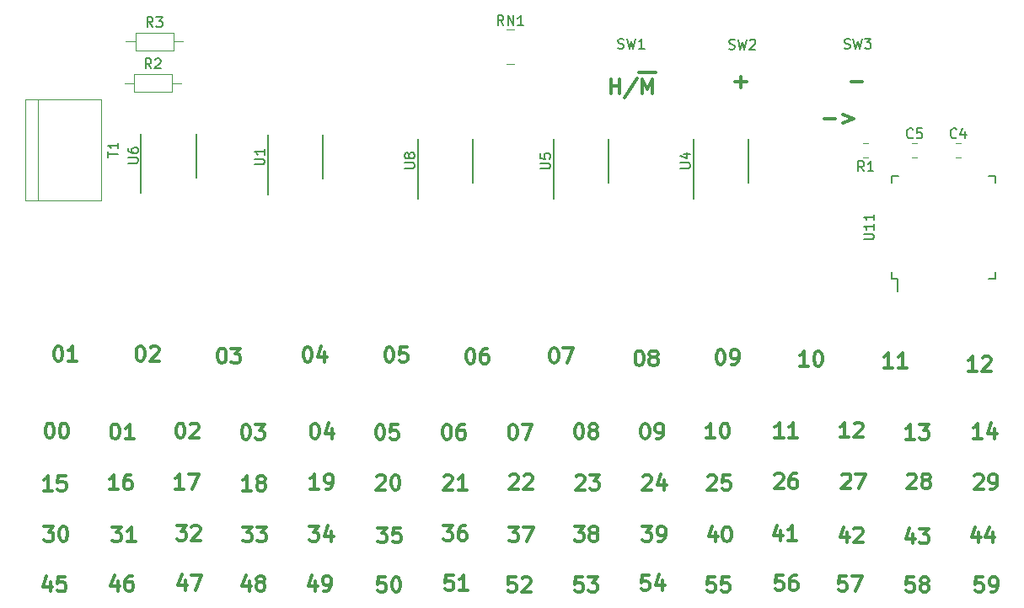
<source format=gbr>
G04 #@! TF.GenerationSoftware,KiCad,Pcbnew,5.0.2-bee76a0~70~ubuntu16.04.1*
G04 #@! TF.CreationDate,2020-01-20T17:48:56-08:00*
G04 #@! TF.ProjectId,clock,636c6f63-6b2e-46b6-9963-61645f706362,rev?*
G04 #@! TF.SameCoordinates,Original*
G04 #@! TF.FileFunction,Legend,Top*
G04 #@! TF.FilePolarity,Positive*
%FSLAX46Y46*%
G04 Gerber Fmt 4.6, Leading zero omitted, Abs format (unit mm)*
G04 Created by KiCad (PCBNEW 5.0.2-bee76a0~70~ubuntu16.04.1) date Mon 20 Jan 2020 17:48:56 PST*
%MOMM*%
%LPD*%
G01*
G04 APERTURE LIST*
%ADD10C,0.300000*%
%ADD11C,0.150000*%
%ADD12C,0.120000*%
G04 APERTURE END LIST*
D10*
X117803800Y-86238542D02*
X118946657Y-86238542D01*
X119660942Y-85809971D02*
X120803800Y-86238542D01*
X119660942Y-86667114D01*
X96378971Y-83736571D02*
X96378971Y-82236571D01*
X96378971Y-82950857D02*
X97236114Y-82950857D01*
X97236114Y-83736571D02*
X97236114Y-82236571D01*
X99021828Y-82165142D02*
X97736114Y-84093714D01*
X99164685Y-81588000D02*
X100878971Y-81588000D01*
X99521828Y-83736571D02*
X99521828Y-82236571D01*
X100021828Y-83308000D01*
X100521828Y-82236571D01*
X100521828Y-83736571D01*
X120510371Y-82555542D02*
X121653228Y-82555542D01*
X108877171Y-82555542D02*
X110020028Y-82555542D01*
X109448600Y-83126971D02*
X109448600Y-81984114D01*
X65838485Y-109185971D02*
X65981342Y-109185971D01*
X66124200Y-109257400D01*
X66195628Y-109328828D01*
X66267057Y-109471685D01*
X66338485Y-109757400D01*
X66338485Y-110114542D01*
X66267057Y-110400257D01*
X66195628Y-110543114D01*
X66124200Y-110614542D01*
X65981342Y-110685971D01*
X65838485Y-110685971D01*
X65695628Y-110614542D01*
X65624200Y-110543114D01*
X65552771Y-110400257D01*
X65481342Y-110114542D01*
X65481342Y-109757400D01*
X65552771Y-109471685D01*
X65624200Y-109328828D01*
X65695628Y-109257400D01*
X65838485Y-109185971D01*
X67624200Y-109685971D02*
X67624200Y-110685971D01*
X67267057Y-109114542D02*
X66909914Y-110185971D01*
X67838485Y-110185971D01*
X49049085Y-109084371D02*
X49191942Y-109084371D01*
X49334800Y-109155800D01*
X49406228Y-109227228D01*
X49477657Y-109370085D01*
X49549085Y-109655800D01*
X49549085Y-110012942D01*
X49477657Y-110298657D01*
X49406228Y-110441514D01*
X49334800Y-110512942D01*
X49191942Y-110584371D01*
X49049085Y-110584371D01*
X48906228Y-110512942D01*
X48834800Y-110441514D01*
X48763371Y-110298657D01*
X48691942Y-110012942D01*
X48691942Y-109655800D01*
X48763371Y-109370085D01*
X48834800Y-109227228D01*
X48906228Y-109155800D01*
X49049085Y-109084371D01*
X50120514Y-109227228D02*
X50191942Y-109155800D01*
X50334800Y-109084371D01*
X50691942Y-109084371D01*
X50834800Y-109155800D01*
X50906228Y-109227228D01*
X50977657Y-109370085D01*
X50977657Y-109512942D01*
X50906228Y-109727228D01*
X50049085Y-110584371D01*
X50977657Y-110584371D01*
X107316685Y-109465371D02*
X107459542Y-109465371D01*
X107602400Y-109536800D01*
X107673828Y-109608228D01*
X107745257Y-109751085D01*
X107816685Y-110036800D01*
X107816685Y-110393942D01*
X107745257Y-110679657D01*
X107673828Y-110822514D01*
X107602400Y-110893942D01*
X107459542Y-110965371D01*
X107316685Y-110965371D01*
X107173828Y-110893942D01*
X107102400Y-110822514D01*
X107030971Y-110679657D01*
X106959542Y-110393942D01*
X106959542Y-110036800D01*
X107030971Y-109751085D01*
X107102400Y-109608228D01*
X107173828Y-109536800D01*
X107316685Y-109465371D01*
X108530971Y-110965371D02*
X108816685Y-110965371D01*
X108959542Y-110893942D01*
X109030971Y-110822514D01*
X109173828Y-110608228D01*
X109245257Y-110322514D01*
X109245257Y-109751085D01*
X109173828Y-109608228D01*
X109102400Y-109536800D01*
X108959542Y-109465371D01*
X108673828Y-109465371D01*
X108530971Y-109536800D01*
X108459542Y-109608228D01*
X108388114Y-109751085D01*
X108388114Y-110108228D01*
X108459542Y-110251085D01*
X108530971Y-110322514D01*
X108673828Y-110393942D01*
X108959542Y-110393942D01*
X109102400Y-110322514D01*
X109173828Y-110251085D01*
X109245257Y-110108228D01*
X40794085Y-109135171D02*
X40936942Y-109135171D01*
X41079800Y-109206600D01*
X41151228Y-109278028D01*
X41222657Y-109420885D01*
X41294085Y-109706600D01*
X41294085Y-110063742D01*
X41222657Y-110349457D01*
X41151228Y-110492314D01*
X41079800Y-110563742D01*
X40936942Y-110635171D01*
X40794085Y-110635171D01*
X40651228Y-110563742D01*
X40579800Y-110492314D01*
X40508371Y-110349457D01*
X40436942Y-110063742D01*
X40436942Y-109706600D01*
X40508371Y-109420885D01*
X40579800Y-109278028D01*
X40651228Y-109206600D01*
X40794085Y-109135171D01*
X42722657Y-110635171D02*
X41865514Y-110635171D01*
X42294085Y-110635171D02*
X42294085Y-109135171D01*
X42151228Y-109349457D01*
X42008371Y-109492314D01*
X41865514Y-109563742D01*
X133140485Y-111600371D02*
X132283342Y-111600371D01*
X132711914Y-111600371D02*
X132711914Y-110100371D01*
X132569057Y-110314657D01*
X132426200Y-110457514D01*
X132283342Y-110528942D01*
X133711914Y-110243228D02*
X133783342Y-110171800D01*
X133926200Y-110100371D01*
X134283342Y-110100371D01*
X134426200Y-110171800D01*
X134497628Y-110243228D01*
X134569057Y-110386085D01*
X134569057Y-110528942D01*
X134497628Y-110743228D01*
X133640485Y-111600371D01*
X134569057Y-111600371D01*
X99163285Y-109566971D02*
X99306142Y-109566971D01*
X99449000Y-109638400D01*
X99520428Y-109709828D01*
X99591857Y-109852685D01*
X99663285Y-110138400D01*
X99663285Y-110495542D01*
X99591857Y-110781257D01*
X99520428Y-110924114D01*
X99449000Y-110995542D01*
X99306142Y-111066971D01*
X99163285Y-111066971D01*
X99020428Y-110995542D01*
X98949000Y-110924114D01*
X98877571Y-110781257D01*
X98806142Y-110495542D01*
X98806142Y-110138400D01*
X98877571Y-109852685D01*
X98949000Y-109709828D01*
X99020428Y-109638400D01*
X99163285Y-109566971D01*
X100520428Y-110209828D02*
X100377571Y-110138400D01*
X100306142Y-110066971D01*
X100234714Y-109924114D01*
X100234714Y-109852685D01*
X100306142Y-109709828D01*
X100377571Y-109638400D01*
X100520428Y-109566971D01*
X100806142Y-109566971D01*
X100949000Y-109638400D01*
X101020428Y-109709828D01*
X101091857Y-109852685D01*
X101091857Y-109924114D01*
X101020428Y-110066971D01*
X100949000Y-110138400D01*
X100806142Y-110209828D01*
X100520428Y-110209828D01*
X100377571Y-110281257D01*
X100306142Y-110352685D01*
X100234714Y-110495542D01*
X100234714Y-110781257D01*
X100306142Y-110924114D01*
X100377571Y-110995542D01*
X100520428Y-111066971D01*
X100806142Y-111066971D01*
X100949000Y-110995542D01*
X101020428Y-110924114D01*
X101091857Y-110781257D01*
X101091857Y-110495542D01*
X101020428Y-110352685D01*
X100949000Y-110281257D01*
X100806142Y-110209828D01*
X124656885Y-111270171D02*
X123799742Y-111270171D01*
X124228314Y-111270171D02*
X124228314Y-109770171D01*
X124085457Y-109984457D01*
X123942600Y-110127314D01*
X123799742Y-110198742D01*
X126085457Y-111270171D02*
X125228314Y-111270171D01*
X125656885Y-111270171D02*
X125656885Y-109770171D01*
X125514028Y-109984457D01*
X125371171Y-110127314D01*
X125228314Y-110198742D01*
X116198685Y-111117771D02*
X115341542Y-111117771D01*
X115770114Y-111117771D02*
X115770114Y-109617771D01*
X115627257Y-109832057D01*
X115484400Y-109974914D01*
X115341542Y-110046342D01*
X117127257Y-109617771D02*
X117270114Y-109617771D01*
X117412971Y-109689200D01*
X117484400Y-109760628D01*
X117555828Y-109903485D01*
X117627257Y-110189200D01*
X117627257Y-110546342D01*
X117555828Y-110832057D01*
X117484400Y-110974914D01*
X117412971Y-111046342D01*
X117270114Y-111117771D01*
X117127257Y-111117771D01*
X116984400Y-111046342D01*
X116912971Y-110974914D01*
X116841542Y-110832057D01*
X116770114Y-110546342D01*
X116770114Y-110189200D01*
X116841542Y-109903485D01*
X116912971Y-109760628D01*
X116984400Y-109689200D01*
X117127257Y-109617771D01*
X90603485Y-109287571D02*
X90746342Y-109287571D01*
X90889200Y-109359000D01*
X90960628Y-109430428D01*
X91032057Y-109573285D01*
X91103485Y-109859000D01*
X91103485Y-110216142D01*
X91032057Y-110501857D01*
X90960628Y-110644714D01*
X90889200Y-110716142D01*
X90746342Y-110787571D01*
X90603485Y-110787571D01*
X90460628Y-110716142D01*
X90389200Y-110644714D01*
X90317771Y-110501857D01*
X90246342Y-110216142D01*
X90246342Y-109859000D01*
X90317771Y-109573285D01*
X90389200Y-109430428D01*
X90460628Y-109359000D01*
X90603485Y-109287571D01*
X91603485Y-109287571D02*
X92603485Y-109287571D01*
X91960628Y-110787571D01*
X57227885Y-109312971D02*
X57370742Y-109312971D01*
X57513600Y-109384400D01*
X57585028Y-109455828D01*
X57656457Y-109598685D01*
X57727885Y-109884400D01*
X57727885Y-110241542D01*
X57656457Y-110527257D01*
X57585028Y-110670114D01*
X57513600Y-110741542D01*
X57370742Y-110812971D01*
X57227885Y-110812971D01*
X57085028Y-110741542D01*
X57013600Y-110670114D01*
X56942171Y-110527257D01*
X56870742Y-110241542D01*
X56870742Y-109884400D01*
X56942171Y-109598685D01*
X57013600Y-109455828D01*
X57085028Y-109384400D01*
X57227885Y-109312971D01*
X58227885Y-109312971D02*
X59156457Y-109312971D01*
X58656457Y-109884400D01*
X58870742Y-109884400D01*
X59013600Y-109955828D01*
X59085028Y-110027257D01*
X59156457Y-110170114D01*
X59156457Y-110527257D01*
X59085028Y-110670114D01*
X59013600Y-110741542D01*
X58870742Y-110812971D01*
X58442171Y-110812971D01*
X58299314Y-110741542D01*
X58227885Y-110670114D01*
X82196085Y-109338371D02*
X82338942Y-109338371D01*
X82481800Y-109409800D01*
X82553228Y-109481228D01*
X82624657Y-109624085D01*
X82696085Y-109909800D01*
X82696085Y-110266942D01*
X82624657Y-110552657D01*
X82553228Y-110695514D01*
X82481800Y-110766942D01*
X82338942Y-110838371D01*
X82196085Y-110838371D01*
X82053228Y-110766942D01*
X81981800Y-110695514D01*
X81910371Y-110552657D01*
X81838942Y-110266942D01*
X81838942Y-109909800D01*
X81910371Y-109624085D01*
X81981800Y-109481228D01*
X82053228Y-109409800D01*
X82196085Y-109338371D01*
X83981800Y-109338371D02*
X83696085Y-109338371D01*
X83553228Y-109409800D01*
X83481800Y-109481228D01*
X83338942Y-109695514D01*
X83267514Y-109981228D01*
X83267514Y-110552657D01*
X83338942Y-110695514D01*
X83410371Y-110766942D01*
X83553228Y-110838371D01*
X83838942Y-110838371D01*
X83981800Y-110766942D01*
X84053228Y-110695514D01*
X84124657Y-110552657D01*
X84124657Y-110195514D01*
X84053228Y-110052657D01*
X83981800Y-109981228D01*
X83838942Y-109909800D01*
X83553228Y-109909800D01*
X83410371Y-109981228D01*
X83338942Y-110052657D01*
X83267514Y-110195514D01*
X74042685Y-109211371D02*
X74185542Y-109211371D01*
X74328400Y-109282800D01*
X74399828Y-109354228D01*
X74471257Y-109497085D01*
X74542685Y-109782800D01*
X74542685Y-110139942D01*
X74471257Y-110425657D01*
X74399828Y-110568514D01*
X74328400Y-110639942D01*
X74185542Y-110711371D01*
X74042685Y-110711371D01*
X73899828Y-110639942D01*
X73828400Y-110568514D01*
X73756971Y-110425657D01*
X73685542Y-110139942D01*
X73685542Y-109782800D01*
X73756971Y-109497085D01*
X73828400Y-109354228D01*
X73899828Y-109282800D01*
X74042685Y-109211371D01*
X75899828Y-109211371D02*
X75185542Y-109211371D01*
X75114114Y-109925657D01*
X75185542Y-109854228D01*
X75328400Y-109782800D01*
X75685542Y-109782800D01*
X75828400Y-109854228D01*
X75899828Y-109925657D01*
X75971257Y-110068514D01*
X75971257Y-110425657D01*
X75899828Y-110568514D01*
X75828400Y-110639942D01*
X75685542Y-110711371D01*
X75328400Y-110711371D01*
X75185542Y-110639942D01*
X75114114Y-110568514D01*
X100201457Y-132147571D02*
X99487171Y-132147571D01*
X99415742Y-132861857D01*
X99487171Y-132790428D01*
X99630028Y-132719000D01*
X99987171Y-132719000D01*
X100130028Y-132790428D01*
X100201457Y-132861857D01*
X100272885Y-133004714D01*
X100272885Y-133361857D01*
X100201457Y-133504714D01*
X100130028Y-133576142D01*
X99987171Y-133647571D01*
X99630028Y-133647571D01*
X99487171Y-133576142D01*
X99415742Y-133504714D01*
X101558600Y-132647571D02*
X101558600Y-133647571D01*
X101201457Y-132076142D02*
X100844314Y-133147571D01*
X101772885Y-133147571D01*
X126723828Y-127948571D02*
X126723828Y-128948571D01*
X126366685Y-127377142D02*
X126009542Y-128448571D01*
X126938114Y-128448571D01*
X127366685Y-127448571D02*
X128295257Y-127448571D01*
X127795257Y-128020000D01*
X128009542Y-128020000D01*
X128152400Y-128091428D01*
X128223828Y-128162857D01*
X128295257Y-128305714D01*
X128295257Y-128662857D01*
X128223828Y-128805714D01*
X128152400Y-128877142D01*
X128009542Y-128948571D01*
X127580971Y-128948571D01*
X127438114Y-128877142D01*
X127366685Y-128805714D01*
X60048828Y-132698371D02*
X60048828Y-133698371D01*
X59691685Y-132126942D02*
X59334542Y-133198371D01*
X60263114Y-133198371D01*
X61048828Y-132841228D02*
X60905971Y-132769800D01*
X60834542Y-132698371D01*
X60763114Y-132555514D01*
X60763114Y-132484085D01*
X60834542Y-132341228D01*
X60905971Y-132269800D01*
X61048828Y-132198371D01*
X61334542Y-132198371D01*
X61477400Y-132269800D01*
X61548828Y-132341228D01*
X61620257Y-132484085D01*
X61620257Y-132555514D01*
X61548828Y-132698371D01*
X61477400Y-132769800D01*
X61334542Y-132841228D01*
X61048828Y-132841228D01*
X60905971Y-132912657D01*
X60834542Y-132984085D01*
X60763114Y-133126942D01*
X60763114Y-133412657D01*
X60834542Y-133555514D01*
X60905971Y-133626942D01*
X61048828Y-133698371D01*
X61334542Y-133698371D01*
X61477400Y-133626942D01*
X61548828Y-133555514D01*
X61620257Y-133412657D01*
X61620257Y-133126942D01*
X61548828Y-132984085D01*
X61477400Y-132912657D01*
X61334542Y-132841228D01*
X86815657Y-132325371D02*
X86101371Y-132325371D01*
X86029942Y-133039657D01*
X86101371Y-132968228D01*
X86244228Y-132896800D01*
X86601371Y-132896800D01*
X86744228Y-132968228D01*
X86815657Y-133039657D01*
X86887085Y-133182514D01*
X86887085Y-133539657D01*
X86815657Y-133682514D01*
X86744228Y-133753942D01*
X86601371Y-133825371D01*
X86244228Y-133825371D01*
X86101371Y-133753942D01*
X86029942Y-133682514D01*
X87458514Y-132468228D02*
X87529942Y-132396800D01*
X87672800Y-132325371D01*
X88029942Y-132325371D01*
X88172800Y-132396800D01*
X88244228Y-132468228D01*
X88315657Y-132611085D01*
X88315657Y-132753942D01*
X88244228Y-132968228D01*
X87387085Y-133825371D01*
X88315657Y-133825371D01*
X73734657Y-132325371D02*
X73020371Y-132325371D01*
X72948942Y-133039657D01*
X73020371Y-132968228D01*
X73163228Y-132896800D01*
X73520371Y-132896800D01*
X73663228Y-132968228D01*
X73734657Y-133039657D01*
X73806085Y-133182514D01*
X73806085Y-133539657D01*
X73734657Y-133682514D01*
X73663228Y-133753942D01*
X73520371Y-133825371D01*
X73163228Y-133825371D01*
X73020371Y-133753942D01*
X72948942Y-133682514D01*
X74734657Y-132325371D02*
X74877514Y-132325371D01*
X75020371Y-132396800D01*
X75091800Y-132468228D01*
X75163228Y-132611085D01*
X75234657Y-132896800D01*
X75234657Y-133253942D01*
X75163228Y-133539657D01*
X75091800Y-133682514D01*
X75020371Y-133753942D01*
X74877514Y-133825371D01*
X74734657Y-133825371D01*
X74591800Y-133753942D01*
X74520371Y-133682514D01*
X74448942Y-133539657D01*
X74377514Y-133253942D01*
X74377514Y-132896800D01*
X74448942Y-132611085D01*
X74520371Y-132468228D01*
X74591800Y-132396800D01*
X74734657Y-132325371D01*
X66703628Y-132698371D02*
X66703628Y-133698371D01*
X66346485Y-132126942D02*
X65989342Y-133198371D01*
X66917914Y-133198371D01*
X67560771Y-133698371D02*
X67846485Y-133698371D01*
X67989342Y-133626942D01*
X68060771Y-133555514D01*
X68203628Y-133341228D01*
X68275057Y-133055514D01*
X68275057Y-132484085D01*
X68203628Y-132341228D01*
X68132200Y-132269800D01*
X67989342Y-132198371D01*
X67703628Y-132198371D01*
X67560771Y-132269800D01*
X67489342Y-132341228D01*
X67417914Y-132484085D01*
X67417914Y-132841228D01*
X67489342Y-132984085D01*
X67560771Y-133055514D01*
X67703628Y-133126942D01*
X67989342Y-133126942D01*
X68132200Y-133055514D01*
X68203628Y-132984085D01*
X68275057Y-132841228D01*
X120094428Y-127846971D02*
X120094428Y-128846971D01*
X119737285Y-127275542D02*
X119380142Y-128346971D01*
X120308714Y-128346971D01*
X120808714Y-127489828D02*
X120880142Y-127418400D01*
X121023000Y-127346971D01*
X121380142Y-127346971D01*
X121523000Y-127418400D01*
X121594428Y-127489828D01*
X121665857Y-127632685D01*
X121665857Y-127775542D01*
X121594428Y-127989828D01*
X120737285Y-128846971D01*
X121665857Y-128846971D01*
X93546657Y-132325371D02*
X92832371Y-132325371D01*
X92760942Y-133039657D01*
X92832371Y-132968228D01*
X92975228Y-132896800D01*
X93332371Y-132896800D01*
X93475228Y-132968228D01*
X93546657Y-133039657D01*
X93618085Y-133182514D01*
X93618085Y-133539657D01*
X93546657Y-133682514D01*
X93475228Y-133753942D01*
X93332371Y-133825371D01*
X92975228Y-133825371D01*
X92832371Y-133753942D01*
X92760942Y-133682514D01*
X94118085Y-132325371D02*
X95046657Y-132325371D01*
X94546657Y-132896800D01*
X94760942Y-132896800D01*
X94903800Y-132968228D01*
X94975228Y-133039657D01*
X95046657Y-133182514D01*
X95046657Y-133539657D01*
X94975228Y-133682514D01*
X94903800Y-133753942D01*
X94760942Y-133825371D01*
X94332371Y-133825371D01*
X94189514Y-133753942D01*
X94118085Y-133682514D01*
X46840828Y-132698371D02*
X46840828Y-133698371D01*
X46483685Y-132126942D02*
X46126542Y-133198371D01*
X47055114Y-133198371D01*
X48269400Y-132198371D02*
X47983685Y-132198371D01*
X47840828Y-132269800D01*
X47769400Y-132341228D01*
X47626542Y-132555514D01*
X47555114Y-132841228D01*
X47555114Y-133412657D01*
X47626542Y-133555514D01*
X47697971Y-133626942D01*
X47840828Y-133698371D01*
X48126542Y-133698371D01*
X48269400Y-133626942D01*
X48340828Y-133555514D01*
X48412257Y-133412657D01*
X48412257Y-133055514D01*
X48340828Y-132912657D01*
X48269400Y-132841228D01*
X48126542Y-132769800D01*
X47840828Y-132769800D01*
X47697971Y-132841228D01*
X47626542Y-132912657D01*
X47555114Y-133055514D01*
X53622628Y-132647571D02*
X53622628Y-133647571D01*
X53265485Y-132076142D02*
X52908342Y-133147571D01*
X53836914Y-133147571D01*
X54265485Y-132147571D02*
X55265485Y-132147571D01*
X54622628Y-133647571D01*
X80516457Y-132147571D02*
X79802171Y-132147571D01*
X79730742Y-132861857D01*
X79802171Y-132790428D01*
X79945028Y-132719000D01*
X80302171Y-132719000D01*
X80445028Y-132790428D01*
X80516457Y-132861857D01*
X80587885Y-133004714D01*
X80587885Y-133361857D01*
X80516457Y-133504714D01*
X80445028Y-133576142D01*
X80302171Y-133647571D01*
X79945028Y-133647571D01*
X79802171Y-133576142D01*
X79730742Y-133504714D01*
X82016457Y-133647571D02*
X81159314Y-133647571D01*
X81587885Y-133647571D02*
X81587885Y-132147571D01*
X81445028Y-132361857D01*
X81302171Y-132504714D01*
X81159314Y-132576142D01*
X113663457Y-132147571D02*
X112949171Y-132147571D01*
X112877742Y-132861857D01*
X112949171Y-132790428D01*
X113092028Y-132719000D01*
X113449171Y-132719000D01*
X113592028Y-132790428D01*
X113663457Y-132861857D01*
X113734885Y-133004714D01*
X113734885Y-133361857D01*
X113663457Y-133504714D01*
X113592028Y-133576142D01*
X113449171Y-133647571D01*
X113092028Y-133647571D01*
X112949171Y-133576142D01*
X112877742Y-133504714D01*
X115020600Y-132147571D02*
X114734885Y-132147571D01*
X114592028Y-132219000D01*
X114520600Y-132290428D01*
X114377742Y-132504714D01*
X114306314Y-132790428D01*
X114306314Y-133361857D01*
X114377742Y-133504714D01*
X114449171Y-133576142D01*
X114592028Y-133647571D01*
X114877742Y-133647571D01*
X115020600Y-133576142D01*
X115092028Y-133504714D01*
X115163457Y-133361857D01*
X115163457Y-133004714D01*
X115092028Y-132861857D01*
X115020600Y-132790428D01*
X114877742Y-132719000D01*
X114592028Y-132719000D01*
X114449171Y-132790428D01*
X114377742Y-132861857D01*
X114306314Y-133004714D01*
X120038857Y-132249171D02*
X119324571Y-132249171D01*
X119253142Y-132963457D01*
X119324571Y-132892028D01*
X119467428Y-132820600D01*
X119824571Y-132820600D01*
X119967428Y-132892028D01*
X120038857Y-132963457D01*
X120110285Y-133106314D01*
X120110285Y-133463457D01*
X120038857Y-133606314D01*
X119967428Y-133677742D01*
X119824571Y-133749171D01*
X119467428Y-133749171D01*
X119324571Y-133677742D01*
X119253142Y-133606314D01*
X120610285Y-132249171D02*
X121610285Y-132249171D01*
X120967428Y-133749171D01*
X133754857Y-132325371D02*
X133040571Y-132325371D01*
X132969142Y-133039657D01*
X133040571Y-132968228D01*
X133183428Y-132896800D01*
X133540571Y-132896800D01*
X133683428Y-132968228D01*
X133754857Y-133039657D01*
X133826285Y-133182514D01*
X133826285Y-133539657D01*
X133754857Y-133682514D01*
X133683428Y-133753942D01*
X133540571Y-133825371D01*
X133183428Y-133825371D01*
X133040571Y-133753942D01*
X132969142Y-133682514D01*
X134540571Y-133825371D02*
X134826285Y-133825371D01*
X134969142Y-133753942D01*
X135040571Y-133682514D01*
X135183428Y-133468228D01*
X135254857Y-133182514D01*
X135254857Y-132611085D01*
X135183428Y-132468228D01*
X135112000Y-132396800D01*
X134969142Y-132325371D01*
X134683428Y-132325371D01*
X134540571Y-132396800D01*
X134469142Y-132468228D01*
X134397714Y-132611085D01*
X134397714Y-132968228D01*
X134469142Y-133111085D01*
X134540571Y-133182514D01*
X134683428Y-133253942D01*
X134969142Y-133253942D01*
X135112000Y-133182514D01*
X135183428Y-133111085D01*
X135254857Y-132968228D01*
X40059028Y-132774571D02*
X40059028Y-133774571D01*
X39701885Y-132203142D02*
X39344742Y-133274571D01*
X40273314Y-133274571D01*
X41559028Y-132274571D02*
X40844742Y-132274571D01*
X40773314Y-132988857D01*
X40844742Y-132917428D01*
X40987600Y-132846000D01*
X41344742Y-132846000D01*
X41487600Y-132917428D01*
X41559028Y-132988857D01*
X41630457Y-133131714D01*
X41630457Y-133488857D01*
X41559028Y-133631714D01*
X41487600Y-133703142D01*
X41344742Y-133774571D01*
X40987600Y-133774571D01*
X40844742Y-133703142D01*
X40773314Y-133631714D01*
X126820657Y-132325371D02*
X126106371Y-132325371D01*
X126034942Y-133039657D01*
X126106371Y-132968228D01*
X126249228Y-132896800D01*
X126606371Y-132896800D01*
X126749228Y-132968228D01*
X126820657Y-133039657D01*
X126892085Y-133182514D01*
X126892085Y-133539657D01*
X126820657Y-133682514D01*
X126749228Y-133753942D01*
X126606371Y-133825371D01*
X126249228Y-133825371D01*
X126106371Y-133753942D01*
X126034942Y-133682514D01*
X127749228Y-132968228D02*
X127606371Y-132896800D01*
X127534942Y-132825371D01*
X127463514Y-132682514D01*
X127463514Y-132611085D01*
X127534942Y-132468228D01*
X127606371Y-132396800D01*
X127749228Y-132325371D01*
X128034942Y-132325371D01*
X128177800Y-132396800D01*
X128249228Y-132468228D01*
X128320657Y-132611085D01*
X128320657Y-132682514D01*
X128249228Y-132825371D01*
X128177800Y-132896800D01*
X128034942Y-132968228D01*
X127749228Y-132968228D01*
X127606371Y-133039657D01*
X127534942Y-133111085D01*
X127463514Y-133253942D01*
X127463514Y-133539657D01*
X127534942Y-133682514D01*
X127606371Y-133753942D01*
X127749228Y-133825371D01*
X128034942Y-133825371D01*
X128177800Y-133753942D01*
X128249228Y-133682514D01*
X128320657Y-133539657D01*
X128320657Y-133253942D01*
X128249228Y-133111085D01*
X128177800Y-133039657D01*
X128034942Y-132968228D01*
X113439628Y-127669171D02*
X113439628Y-128669171D01*
X113082485Y-127097742D02*
X112725342Y-128169171D01*
X113653914Y-128169171D01*
X115011057Y-128669171D02*
X114153914Y-128669171D01*
X114582485Y-128669171D02*
X114582485Y-127169171D01*
X114439628Y-127383457D01*
X114296771Y-127526314D01*
X114153914Y-127597742D01*
X106886428Y-127770771D02*
X106886428Y-128770771D01*
X106529285Y-127199342D02*
X106172142Y-128270771D01*
X107100714Y-128270771D01*
X107957857Y-127270771D02*
X108100714Y-127270771D01*
X108243571Y-127342200D01*
X108315000Y-127413628D01*
X108386428Y-127556485D01*
X108457857Y-127842200D01*
X108457857Y-128199342D01*
X108386428Y-128485057D01*
X108315000Y-128627914D01*
X108243571Y-128699342D01*
X108100714Y-128770771D01*
X107957857Y-128770771D01*
X107815000Y-128699342D01*
X107743571Y-128627914D01*
X107672142Y-128485057D01*
X107600714Y-128199342D01*
X107600714Y-127842200D01*
X107672142Y-127556485D01*
X107743571Y-127413628D01*
X107815000Y-127342200D01*
X107957857Y-127270771D01*
X133302428Y-127846971D02*
X133302428Y-128846971D01*
X132945285Y-127275542D02*
X132588142Y-128346971D01*
X133516714Y-128346971D01*
X134731000Y-127846971D02*
X134731000Y-128846971D01*
X134373857Y-127275542D02*
X134016714Y-128346971D01*
X134945285Y-128346971D01*
X106830857Y-132325371D02*
X106116571Y-132325371D01*
X106045142Y-133039657D01*
X106116571Y-132968228D01*
X106259428Y-132896800D01*
X106616571Y-132896800D01*
X106759428Y-132968228D01*
X106830857Y-133039657D01*
X106902285Y-133182514D01*
X106902285Y-133539657D01*
X106830857Y-133682514D01*
X106759428Y-133753942D01*
X106616571Y-133825371D01*
X106259428Y-133825371D01*
X106116571Y-133753942D01*
X106045142Y-133682514D01*
X108259428Y-132325371D02*
X107545142Y-132325371D01*
X107473714Y-133039657D01*
X107545142Y-132968228D01*
X107688000Y-132896800D01*
X108045142Y-132896800D01*
X108188000Y-132968228D01*
X108259428Y-133039657D01*
X108330857Y-133182514D01*
X108330857Y-133539657D01*
X108259428Y-133682514D01*
X108188000Y-133753942D01*
X108045142Y-133825371D01*
X107688000Y-133825371D01*
X107545142Y-133753942D01*
X107473714Y-133682514D01*
X99593542Y-122206628D02*
X99664971Y-122135200D01*
X99807828Y-122063771D01*
X100164971Y-122063771D01*
X100307828Y-122135200D01*
X100379257Y-122206628D01*
X100450685Y-122349485D01*
X100450685Y-122492342D01*
X100379257Y-122706628D01*
X99522114Y-123563771D01*
X100450685Y-123563771D01*
X101736400Y-122563771D02*
X101736400Y-123563771D01*
X101379257Y-121992342D02*
X101022114Y-123063771D01*
X101950685Y-123063771D01*
X86233142Y-122105028D02*
X86304571Y-122033600D01*
X86447428Y-121962171D01*
X86804571Y-121962171D01*
X86947428Y-122033600D01*
X87018857Y-122105028D01*
X87090285Y-122247885D01*
X87090285Y-122390742D01*
X87018857Y-122605028D01*
X86161714Y-123462171D01*
X87090285Y-123462171D01*
X87661714Y-122105028D02*
X87733142Y-122033600D01*
X87876000Y-121962171D01*
X88233142Y-121962171D01*
X88376000Y-122033600D01*
X88447428Y-122105028D01*
X88518857Y-122247885D01*
X88518857Y-122390742D01*
X88447428Y-122605028D01*
X87590285Y-123462171D01*
X88518857Y-123462171D01*
X72953714Y-127346971D02*
X73882285Y-127346971D01*
X73382285Y-127918400D01*
X73596571Y-127918400D01*
X73739428Y-127989828D01*
X73810857Y-128061257D01*
X73882285Y-128204114D01*
X73882285Y-128561257D01*
X73810857Y-128704114D01*
X73739428Y-128775542D01*
X73596571Y-128846971D01*
X73168000Y-128846971D01*
X73025142Y-128775542D01*
X72953714Y-128704114D01*
X75239428Y-127346971D02*
X74525142Y-127346971D01*
X74453714Y-128061257D01*
X74525142Y-127989828D01*
X74668000Y-127918400D01*
X75025142Y-127918400D01*
X75168000Y-127989828D01*
X75239428Y-128061257D01*
X75310857Y-128204114D01*
X75310857Y-128561257D01*
X75239428Y-128704114D01*
X75168000Y-128775542D01*
X75025142Y-128846971D01*
X74668000Y-128846971D01*
X74525142Y-128775542D01*
X74453714Y-128704114D01*
X132918342Y-122130428D02*
X132989771Y-122059000D01*
X133132628Y-121987571D01*
X133489771Y-121987571D01*
X133632628Y-122059000D01*
X133704057Y-122130428D01*
X133775485Y-122273285D01*
X133775485Y-122416142D01*
X133704057Y-122630428D01*
X132846914Y-123487571D01*
X133775485Y-123487571D01*
X134489771Y-123487571D02*
X134775485Y-123487571D01*
X134918342Y-123416142D01*
X134989771Y-123344714D01*
X135132628Y-123130428D01*
X135204057Y-122844714D01*
X135204057Y-122273285D01*
X135132628Y-122130428D01*
X135061200Y-122059000D01*
X134918342Y-121987571D01*
X134632628Y-121987571D01*
X134489771Y-122059000D01*
X134418342Y-122130428D01*
X134346914Y-122273285D01*
X134346914Y-122630428D01*
X134418342Y-122773285D01*
X134489771Y-122844714D01*
X134632628Y-122916142D01*
X134918342Y-122916142D01*
X135061200Y-122844714D01*
X135132628Y-122773285D01*
X135204057Y-122630428D01*
X79603742Y-122181228D02*
X79675171Y-122109800D01*
X79818028Y-122038371D01*
X80175171Y-122038371D01*
X80318028Y-122109800D01*
X80389457Y-122181228D01*
X80460885Y-122324085D01*
X80460885Y-122466942D01*
X80389457Y-122681228D01*
X79532314Y-123538371D01*
X80460885Y-123538371D01*
X81889457Y-123538371D02*
X81032314Y-123538371D01*
X81460885Y-123538371D02*
X81460885Y-122038371D01*
X81318028Y-122252657D01*
X81175171Y-122395514D01*
X81032314Y-122466942D01*
X52760714Y-127118371D02*
X53689285Y-127118371D01*
X53189285Y-127689800D01*
X53403571Y-127689800D01*
X53546428Y-127761228D01*
X53617857Y-127832657D01*
X53689285Y-127975514D01*
X53689285Y-128332657D01*
X53617857Y-128475514D01*
X53546428Y-128546942D01*
X53403571Y-128618371D01*
X52975000Y-128618371D01*
X52832142Y-128546942D01*
X52760714Y-128475514D01*
X54260714Y-127261228D02*
X54332142Y-127189800D01*
X54475000Y-127118371D01*
X54832142Y-127118371D01*
X54975000Y-127189800D01*
X55046428Y-127261228D01*
X55117857Y-127404085D01*
X55117857Y-127546942D01*
X55046428Y-127761228D01*
X54189285Y-128618371D01*
X55117857Y-128618371D01*
X126187342Y-122079628D02*
X126258771Y-122008200D01*
X126401628Y-121936771D01*
X126758771Y-121936771D01*
X126901628Y-122008200D01*
X126973057Y-122079628D01*
X127044485Y-122222485D01*
X127044485Y-122365342D01*
X126973057Y-122579628D01*
X126115914Y-123436771D01*
X127044485Y-123436771D01*
X127901628Y-122579628D02*
X127758771Y-122508200D01*
X127687342Y-122436771D01*
X127615914Y-122293914D01*
X127615914Y-122222485D01*
X127687342Y-122079628D01*
X127758771Y-122008200D01*
X127901628Y-121936771D01*
X128187342Y-121936771D01*
X128330200Y-122008200D01*
X128401628Y-122079628D01*
X128473057Y-122222485D01*
X128473057Y-122293914D01*
X128401628Y-122436771D01*
X128330200Y-122508200D01*
X128187342Y-122579628D01*
X127901628Y-122579628D01*
X127758771Y-122651057D01*
X127687342Y-122722485D01*
X127615914Y-122865342D01*
X127615914Y-123151057D01*
X127687342Y-123293914D01*
X127758771Y-123365342D01*
X127901628Y-123436771D01*
X128187342Y-123436771D01*
X128330200Y-123365342D01*
X128401628Y-123293914D01*
X128473057Y-123151057D01*
X128473057Y-122865342D01*
X128401628Y-122722485D01*
X128330200Y-122651057D01*
X128187342Y-122579628D01*
X46258314Y-127270771D02*
X47186885Y-127270771D01*
X46686885Y-127842200D01*
X46901171Y-127842200D01*
X47044028Y-127913628D01*
X47115457Y-127985057D01*
X47186885Y-128127914D01*
X47186885Y-128485057D01*
X47115457Y-128627914D01*
X47044028Y-128699342D01*
X46901171Y-128770771D01*
X46472600Y-128770771D01*
X46329742Y-128699342D01*
X46258314Y-128627914D01*
X48615457Y-128770771D02*
X47758314Y-128770771D01*
X48186885Y-128770771D02*
X48186885Y-127270771D01*
X48044028Y-127485057D01*
X47901171Y-127627914D01*
X47758314Y-127699342D01*
X99522114Y-127219971D02*
X100450685Y-127219971D01*
X99950685Y-127791400D01*
X100164971Y-127791400D01*
X100307828Y-127862828D01*
X100379257Y-127934257D01*
X100450685Y-128077114D01*
X100450685Y-128434257D01*
X100379257Y-128577114D01*
X100307828Y-128648542D01*
X100164971Y-128719971D01*
X99736400Y-128719971D01*
X99593542Y-128648542D01*
X99522114Y-128577114D01*
X101164971Y-128719971D02*
X101450685Y-128719971D01*
X101593542Y-128648542D01*
X101664971Y-128577114D01*
X101807828Y-128362828D01*
X101879257Y-128077114D01*
X101879257Y-127505685D01*
X101807828Y-127362828D01*
X101736400Y-127291400D01*
X101593542Y-127219971D01*
X101307828Y-127219971D01*
X101164971Y-127291400D01*
X101093542Y-127362828D01*
X101022114Y-127505685D01*
X101022114Y-127862828D01*
X101093542Y-128005685D01*
X101164971Y-128077114D01*
X101307828Y-128148542D01*
X101593542Y-128148542D01*
X101736400Y-128077114D01*
X101807828Y-128005685D01*
X101879257Y-127862828D01*
X39451114Y-127219971D02*
X40379685Y-127219971D01*
X39879685Y-127791400D01*
X40093971Y-127791400D01*
X40236828Y-127862828D01*
X40308257Y-127934257D01*
X40379685Y-128077114D01*
X40379685Y-128434257D01*
X40308257Y-128577114D01*
X40236828Y-128648542D01*
X40093971Y-128719971D01*
X39665400Y-128719971D01*
X39522542Y-128648542D01*
X39451114Y-128577114D01*
X41308257Y-127219971D02*
X41451114Y-127219971D01*
X41593971Y-127291400D01*
X41665400Y-127362828D01*
X41736828Y-127505685D01*
X41808257Y-127791400D01*
X41808257Y-128148542D01*
X41736828Y-128434257D01*
X41665400Y-128577114D01*
X41593971Y-128648542D01*
X41451114Y-128719971D01*
X41308257Y-128719971D01*
X41165400Y-128648542D01*
X41093971Y-128577114D01*
X41022542Y-128434257D01*
X40951114Y-128148542D01*
X40951114Y-127791400D01*
X41022542Y-127505685D01*
X41093971Y-127362828D01*
X41165400Y-127291400D01*
X41308257Y-127219971D01*
X86161714Y-127270771D02*
X87090285Y-127270771D01*
X86590285Y-127842200D01*
X86804571Y-127842200D01*
X86947428Y-127913628D01*
X87018857Y-127985057D01*
X87090285Y-128127914D01*
X87090285Y-128485057D01*
X87018857Y-128627914D01*
X86947428Y-128699342D01*
X86804571Y-128770771D01*
X86376000Y-128770771D01*
X86233142Y-128699342D01*
X86161714Y-128627914D01*
X87590285Y-127270771D02*
X88590285Y-127270771D01*
X87947428Y-128770771D01*
X119608742Y-122079628D02*
X119680171Y-122008200D01*
X119823028Y-121936771D01*
X120180171Y-121936771D01*
X120323028Y-122008200D01*
X120394457Y-122079628D01*
X120465885Y-122222485D01*
X120465885Y-122365342D01*
X120394457Y-122579628D01*
X119537314Y-123436771D01*
X120465885Y-123436771D01*
X120965885Y-121936771D02*
X121965885Y-121936771D01*
X121323028Y-123436771D01*
X59390114Y-127270771D02*
X60318685Y-127270771D01*
X59818685Y-127842200D01*
X60032971Y-127842200D01*
X60175828Y-127913628D01*
X60247257Y-127985057D01*
X60318685Y-128127914D01*
X60318685Y-128485057D01*
X60247257Y-128627914D01*
X60175828Y-128699342D01*
X60032971Y-128770771D01*
X59604400Y-128770771D01*
X59461542Y-128699342D01*
X59390114Y-128627914D01*
X60818685Y-127270771D02*
X61747257Y-127270771D01*
X61247257Y-127842200D01*
X61461542Y-127842200D01*
X61604400Y-127913628D01*
X61675828Y-127985057D01*
X61747257Y-128127914D01*
X61747257Y-128485057D01*
X61675828Y-128627914D01*
X61604400Y-128699342D01*
X61461542Y-128770771D01*
X61032971Y-128770771D01*
X60890114Y-128699342D01*
X60818685Y-128627914D01*
X92887942Y-122206628D02*
X92959371Y-122135200D01*
X93102228Y-122063771D01*
X93459371Y-122063771D01*
X93602228Y-122135200D01*
X93673657Y-122206628D01*
X93745085Y-122349485D01*
X93745085Y-122492342D01*
X93673657Y-122706628D01*
X92816514Y-123563771D01*
X93745085Y-123563771D01*
X94245085Y-122063771D02*
X95173657Y-122063771D01*
X94673657Y-122635200D01*
X94887942Y-122635200D01*
X95030800Y-122706628D01*
X95102228Y-122778057D01*
X95173657Y-122920914D01*
X95173657Y-123278057D01*
X95102228Y-123420914D01*
X95030800Y-123492342D01*
X94887942Y-123563771D01*
X94459371Y-123563771D01*
X94316514Y-123492342D01*
X94245085Y-123420914D01*
X72872742Y-122181228D02*
X72944171Y-122109800D01*
X73087028Y-122038371D01*
X73444171Y-122038371D01*
X73587028Y-122109800D01*
X73658457Y-122181228D01*
X73729885Y-122324085D01*
X73729885Y-122466942D01*
X73658457Y-122681228D01*
X72801314Y-123538371D01*
X73729885Y-123538371D01*
X74658457Y-122038371D02*
X74801314Y-122038371D01*
X74944171Y-122109800D01*
X75015600Y-122181228D01*
X75087028Y-122324085D01*
X75158457Y-122609800D01*
X75158457Y-122966942D01*
X75087028Y-123252657D01*
X75015600Y-123395514D01*
X74944171Y-123466942D01*
X74801314Y-123538371D01*
X74658457Y-123538371D01*
X74515600Y-123466942D01*
X74444171Y-123395514D01*
X74372742Y-123252657D01*
X74301314Y-122966942D01*
X74301314Y-122609800D01*
X74372742Y-122324085D01*
X74444171Y-122181228D01*
X74515600Y-122109800D01*
X74658457Y-122038371D01*
X112852342Y-122054228D02*
X112923771Y-121982800D01*
X113066628Y-121911371D01*
X113423771Y-121911371D01*
X113566628Y-121982800D01*
X113638057Y-122054228D01*
X113709485Y-122197085D01*
X113709485Y-122339942D01*
X113638057Y-122554228D01*
X112780914Y-123411371D01*
X113709485Y-123411371D01*
X114995200Y-121911371D02*
X114709485Y-121911371D01*
X114566628Y-121982800D01*
X114495200Y-122054228D01*
X114352342Y-122268514D01*
X114280914Y-122554228D01*
X114280914Y-123125657D01*
X114352342Y-123268514D01*
X114423771Y-123339942D01*
X114566628Y-123411371D01*
X114852342Y-123411371D01*
X114995200Y-123339942D01*
X115066628Y-123268514D01*
X115138057Y-123125657D01*
X115138057Y-122768514D01*
X115066628Y-122625657D01*
X114995200Y-122554228D01*
X114852342Y-122482800D01*
X114566628Y-122482800D01*
X114423771Y-122554228D01*
X114352342Y-122625657D01*
X114280914Y-122768514D01*
X79557714Y-127169171D02*
X80486285Y-127169171D01*
X79986285Y-127740600D01*
X80200571Y-127740600D01*
X80343428Y-127812028D01*
X80414857Y-127883457D01*
X80486285Y-128026314D01*
X80486285Y-128383457D01*
X80414857Y-128526314D01*
X80343428Y-128597742D01*
X80200571Y-128669171D01*
X79772000Y-128669171D01*
X79629142Y-128597742D01*
X79557714Y-128526314D01*
X81772000Y-127169171D02*
X81486285Y-127169171D01*
X81343428Y-127240600D01*
X81272000Y-127312028D01*
X81129142Y-127526314D01*
X81057714Y-127812028D01*
X81057714Y-128383457D01*
X81129142Y-128526314D01*
X81200571Y-128597742D01*
X81343428Y-128669171D01*
X81629142Y-128669171D01*
X81772000Y-128597742D01*
X81843428Y-128526314D01*
X81914857Y-128383457D01*
X81914857Y-128026314D01*
X81843428Y-127883457D01*
X81772000Y-127812028D01*
X81629142Y-127740600D01*
X81343428Y-127740600D01*
X81200571Y-127812028D01*
X81129142Y-127883457D01*
X81057714Y-128026314D01*
X92714914Y-127219971D02*
X93643485Y-127219971D01*
X93143485Y-127791400D01*
X93357771Y-127791400D01*
X93500628Y-127862828D01*
X93572057Y-127934257D01*
X93643485Y-128077114D01*
X93643485Y-128434257D01*
X93572057Y-128577114D01*
X93500628Y-128648542D01*
X93357771Y-128719971D01*
X92929200Y-128719971D01*
X92786342Y-128648542D01*
X92714914Y-128577114D01*
X94500628Y-127862828D02*
X94357771Y-127791400D01*
X94286342Y-127719971D01*
X94214914Y-127577114D01*
X94214914Y-127505685D01*
X94286342Y-127362828D01*
X94357771Y-127291400D01*
X94500628Y-127219971D01*
X94786342Y-127219971D01*
X94929200Y-127291400D01*
X95000628Y-127362828D01*
X95072057Y-127505685D01*
X95072057Y-127577114D01*
X95000628Y-127719971D01*
X94929200Y-127791400D01*
X94786342Y-127862828D01*
X94500628Y-127862828D01*
X94357771Y-127934257D01*
X94286342Y-128005685D01*
X94214914Y-128148542D01*
X94214914Y-128434257D01*
X94286342Y-128577114D01*
X94357771Y-128648542D01*
X94500628Y-128719971D01*
X94786342Y-128719971D01*
X94929200Y-128648542D01*
X95000628Y-128577114D01*
X95072057Y-128434257D01*
X95072057Y-128148542D01*
X95000628Y-128005685D01*
X94929200Y-127934257D01*
X94786342Y-127862828D01*
X66095714Y-127219971D02*
X67024285Y-127219971D01*
X66524285Y-127791400D01*
X66738571Y-127791400D01*
X66881428Y-127862828D01*
X66952857Y-127934257D01*
X67024285Y-128077114D01*
X67024285Y-128434257D01*
X66952857Y-128577114D01*
X66881428Y-128648542D01*
X66738571Y-128719971D01*
X66310000Y-128719971D01*
X66167142Y-128648542D01*
X66095714Y-128577114D01*
X68310000Y-127719971D02*
X68310000Y-128719971D01*
X67952857Y-127148542D02*
X67595714Y-128219971D01*
X68524285Y-128219971D01*
X106121342Y-122206628D02*
X106192771Y-122135200D01*
X106335628Y-122063771D01*
X106692771Y-122063771D01*
X106835628Y-122135200D01*
X106907057Y-122206628D01*
X106978485Y-122349485D01*
X106978485Y-122492342D01*
X106907057Y-122706628D01*
X106049914Y-123563771D01*
X106978485Y-123563771D01*
X108335628Y-122063771D02*
X107621342Y-122063771D01*
X107549914Y-122778057D01*
X107621342Y-122706628D01*
X107764200Y-122635200D01*
X108121342Y-122635200D01*
X108264200Y-122706628D01*
X108335628Y-122778057D01*
X108407057Y-122920914D01*
X108407057Y-123278057D01*
X108335628Y-123420914D01*
X108264200Y-123492342D01*
X108121342Y-123563771D01*
X107764200Y-123563771D01*
X107621342Y-123492342D01*
X107549914Y-123420914D01*
X67049685Y-123462171D02*
X66192542Y-123462171D01*
X66621114Y-123462171D02*
X66621114Y-121962171D01*
X66478257Y-122176457D01*
X66335400Y-122319314D01*
X66192542Y-122390742D01*
X67763971Y-123462171D02*
X68049685Y-123462171D01*
X68192542Y-123390742D01*
X68263971Y-123319314D01*
X68406828Y-123105028D01*
X68478257Y-122819314D01*
X68478257Y-122247885D01*
X68406828Y-122105028D01*
X68335400Y-122033600D01*
X68192542Y-121962171D01*
X67906828Y-121962171D01*
X67763971Y-122033600D01*
X67692542Y-122105028D01*
X67621114Y-122247885D01*
X67621114Y-122605028D01*
X67692542Y-122747885D01*
X67763971Y-122819314D01*
X67906828Y-122890742D01*
X68192542Y-122890742D01*
X68335400Y-122819314D01*
X68406828Y-122747885D01*
X68478257Y-122605028D01*
X60242485Y-123639971D02*
X59385342Y-123639971D01*
X59813914Y-123639971D02*
X59813914Y-122139971D01*
X59671057Y-122354257D01*
X59528200Y-122497114D01*
X59385342Y-122568542D01*
X61099628Y-122782828D02*
X60956771Y-122711400D01*
X60885342Y-122639971D01*
X60813914Y-122497114D01*
X60813914Y-122425685D01*
X60885342Y-122282828D01*
X60956771Y-122211400D01*
X61099628Y-122139971D01*
X61385342Y-122139971D01*
X61528200Y-122211400D01*
X61599628Y-122282828D01*
X61671057Y-122425685D01*
X61671057Y-122497114D01*
X61599628Y-122639971D01*
X61528200Y-122711400D01*
X61385342Y-122782828D01*
X61099628Y-122782828D01*
X60956771Y-122854257D01*
X60885342Y-122925685D01*
X60813914Y-123068542D01*
X60813914Y-123354257D01*
X60885342Y-123497114D01*
X60956771Y-123568542D01*
X61099628Y-123639971D01*
X61385342Y-123639971D01*
X61528200Y-123568542D01*
X61599628Y-123497114D01*
X61671057Y-123354257D01*
X61671057Y-123068542D01*
X61599628Y-122925685D01*
X61528200Y-122854257D01*
X61385342Y-122782828D01*
X126866685Y-118458371D02*
X126009542Y-118458371D01*
X126438114Y-118458371D02*
X126438114Y-116958371D01*
X126295257Y-117172657D01*
X126152400Y-117315514D01*
X126009542Y-117386942D01*
X127366685Y-116958371D02*
X128295257Y-116958371D01*
X127795257Y-117529800D01*
X128009542Y-117529800D01*
X128152400Y-117601228D01*
X128223828Y-117672657D01*
X128295257Y-117815514D01*
X128295257Y-118172657D01*
X128223828Y-118315514D01*
X128152400Y-118386942D01*
X128009542Y-118458371D01*
X127580971Y-118458371D01*
X127438114Y-118386942D01*
X127366685Y-118315514D01*
X113709485Y-118305971D02*
X112852342Y-118305971D01*
X113280914Y-118305971D02*
X113280914Y-116805971D01*
X113138057Y-117020257D01*
X112995200Y-117163114D01*
X112852342Y-117234542D01*
X115138057Y-118305971D02*
X114280914Y-118305971D01*
X114709485Y-118305971D02*
X114709485Y-116805971D01*
X114566628Y-117020257D01*
X114423771Y-117163114D01*
X114280914Y-117234542D01*
X106826085Y-118356771D02*
X105968942Y-118356771D01*
X106397514Y-118356771D02*
X106397514Y-116856771D01*
X106254657Y-117071057D01*
X106111800Y-117213914D01*
X105968942Y-117285342D01*
X107754657Y-116856771D02*
X107897514Y-116856771D01*
X108040371Y-116928200D01*
X108111800Y-116999628D01*
X108183228Y-117142485D01*
X108254657Y-117428200D01*
X108254657Y-117785342D01*
X108183228Y-118071057D01*
X108111800Y-118213914D01*
X108040371Y-118285342D01*
X107897514Y-118356771D01*
X107754657Y-118356771D01*
X107611800Y-118285342D01*
X107540371Y-118213914D01*
X107468942Y-118071057D01*
X107397514Y-117785342D01*
X107397514Y-117428200D01*
X107468942Y-117142485D01*
X107540371Y-116999628D01*
X107611800Y-116928200D01*
X107754657Y-116856771D01*
X53460685Y-123462171D02*
X52603542Y-123462171D01*
X53032114Y-123462171D02*
X53032114Y-121962171D01*
X52889257Y-122176457D01*
X52746400Y-122319314D01*
X52603542Y-122390742D01*
X53960685Y-121962171D02*
X54960685Y-121962171D01*
X54317828Y-123462171D01*
X46856685Y-123512971D02*
X45999542Y-123512971D01*
X46428114Y-123512971D02*
X46428114Y-122012971D01*
X46285257Y-122227257D01*
X46142400Y-122370114D01*
X45999542Y-122441542D01*
X48142400Y-122012971D02*
X47856685Y-122012971D01*
X47713828Y-122084400D01*
X47642400Y-122155828D01*
X47499542Y-122370114D01*
X47428114Y-122655828D01*
X47428114Y-123227257D01*
X47499542Y-123370114D01*
X47570971Y-123441542D01*
X47713828Y-123512971D01*
X47999542Y-123512971D01*
X48142400Y-123441542D01*
X48213828Y-123370114D01*
X48285257Y-123227257D01*
X48285257Y-122870114D01*
X48213828Y-122727257D01*
X48142400Y-122655828D01*
X47999542Y-122584400D01*
X47713828Y-122584400D01*
X47570971Y-122655828D01*
X47499542Y-122727257D01*
X47428114Y-122870114D01*
X120262685Y-118280571D02*
X119405542Y-118280571D01*
X119834114Y-118280571D02*
X119834114Y-116780571D01*
X119691257Y-116994857D01*
X119548400Y-117137714D01*
X119405542Y-117209142D01*
X120834114Y-116923428D02*
X120905542Y-116852000D01*
X121048400Y-116780571D01*
X121405542Y-116780571D01*
X121548400Y-116852000D01*
X121619828Y-116923428D01*
X121691257Y-117066285D01*
X121691257Y-117209142D01*
X121619828Y-117423428D01*
X120762685Y-118280571D01*
X121691257Y-118280571D01*
X99747485Y-116907571D02*
X99890342Y-116907571D01*
X100033200Y-116979000D01*
X100104628Y-117050428D01*
X100176057Y-117193285D01*
X100247485Y-117479000D01*
X100247485Y-117836142D01*
X100176057Y-118121857D01*
X100104628Y-118264714D01*
X100033200Y-118336142D01*
X99890342Y-118407571D01*
X99747485Y-118407571D01*
X99604628Y-118336142D01*
X99533200Y-118264714D01*
X99461771Y-118121857D01*
X99390342Y-117836142D01*
X99390342Y-117479000D01*
X99461771Y-117193285D01*
X99533200Y-117050428D01*
X99604628Y-116979000D01*
X99747485Y-116907571D01*
X100961771Y-118407571D02*
X101247485Y-118407571D01*
X101390342Y-118336142D01*
X101461771Y-118264714D01*
X101604628Y-118050428D01*
X101676057Y-117764714D01*
X101676057Y-117193285D01*
X101604628Y-117050428D01*
X101533200Y-116979000D01*
X101390342Y-116907571D01*
X101104628Y-116907571D01*
X100961771Y-116979000D01*
X100890342Y-117050428D01*
X100818914Y-117193285D01*
X100818914Y-117550428D01*
X100890342Y-117693285D01*
X100961771Y-117764714D01*
X101104628Y-117836142D01*
X101390342Y-117836142D01*
X101533200Y-117764714D01*
X101604628Y-117693285D01*
X101676057Y-117550428D01*
X40227285Y-123639971D02*
X39370142Y-123639971D01*
X39798714Y-123639971D02*
X39798714Y-122139971D01*
X39655857Y-122354257D01*
X39513000Y-122497114D01*
X39370142Y-122568542D01*
X41584428Y-122139971D02*
X40870142Y-122139971D01*
X40798714Y-122854257D01*
X40870142Y-122782828D01*
X41013000Y-122711400D01*
X41370142Y-122711400D01*
X41513000Y-122782828D01*
X41584428Y-122854257D01*
X41655857Y-122997114D01*
X41655857Y-123354257D01*
X41584428Y-123497114D01*
X41513000Y-123568542D01*
X41370142Y-123639971D01*
X41013000Y-123639971D01*
X40870142Y-123568542D01*
X40798714Y-123497114D01*
X133648485Y-118382171D02*
X132791342Y-118382171D01*
X133219914Y-118382171D02*
X133219914Y-116882171D01*
X133077057Y-117096457D01*
X132934200Y-117239314D01*
X132791342Y-117310742D01*
X134934200Y-117382171D02*
X134934200Y-118382171D01*
X134577057Y-116810742D02*
X134219914Y-117882171D01*
X135148485Y-117882171D01*
X93118085Y-116907571D02*
X93260942Y-116907571D01*
X93403800Y-116979000D01*
X93475228Y-117050428D01*
X93546657Y-117193285D01*
X93618085Y-117479000D01*
X93618085Y-117836142D01*
X93546657Y-118121857D01*
X93475228Y-118264714D01*
X93403800Y-118336142D01*
X93260942Y-118407571D01*
X93118085Y-118407571D01*
X92975228Y-118336142D01*
X92903800Y-118264714D01*
X92832371Y-118121857D01*
X92760942Y-117836142D01*
X92760942Y-117479000D01*
X92832371Y-117193285D01*
X92903800Y-117050428D01*
X92975228Y-116979000D01*
X93118085Y-116907571D01*
X94475228Y-117550428D02*
X94332371Y-117479000D01*
X94260942Y-117407571D01*
X94189514Y-117264714D01*
X94189514Y-117193285D01*
X94260942Y-117050428D01*
X94332371Y-116979000D01*
X94475228Y-116907571D01*
X94760942Y-116907571D01*
X94903800Y-116979000D01*
X94975228Y-117050428D01*
X95046657Y-117193285D01*
X95046657Y-117264714D01*
X94975228Y-117407571D01*
X94903800Y-117479000D01*
X94760942Y-117550428D01*
X94475228Y-117550428D01*
X94332371Y-117621857D01*
X94260942Y-117693285D01*
X94189514Y-117836142D01*
X94189514Y-118121857D01*
X94260942Y-118264714D01*
X94332371Y-118336142D01*
X94475228Y-118407571D01*
X94760942Y-118407571D01*
X94903800Y-118336142D01*
X94975228Y-118264714D01*
X95046657Y-118121857D01*
X95046657Y-117836142D01*
X94975228Y-117693285D01*
X94903800Y-117621857D01*
X94760942Y-117550428D01*
X86463285Y-116983771D02*
X86606142Y-116983771D01*
X86749000Y-117055200D01*
X86820428Y-117126628D01*
X86891857Y-117269485D01*
X86963285Y-117555200D01*
X86963285Y-117912342D01*
X86891857Y-118198057D01*
X86820428Y-118340914D01*
X86749000Y-118412342D01*
X86606142Y-118483771D01*
X86463285Y-118483771D01*
X86320428Y-118412342D01*
X86249000Y-118340914D01*
X86177571Y-118198057D01*
X86106142Y-117912342D01*
X86106142Y-117555200D01*
X86177571Y-117269485D01*
X86249000Y-117126628D01*
X86320428Y-117055200D01*
X86463285Y-116983771D01*
X87463285Y-116983771D02*
X88463285Y-116983771D01*
X87820428Y-118483771D01*
X79833885Y-116958371D02*
X79976742Y-116958371D01*
X80119600Y-117029800D01*
X80191028Y-117101228D01*
X80262457Y-117244085D01*
X80333885Y-117529800D01*
X80333885Y-117886942D01*
X80262457Y-118172657D01*
X80191028Y-118315514D01*
X80119600Y-118386942D01*
X79976742Y-118458371D01*
X79833885Y-118458371D01*
X79691028Y-118386942D01*
X79619600Y-118315514D01*
X79548171Y-118172657D01*
X79476742Y-117886942D01*
X79476742Y-117529800D01*
X79548171Y-117244085D01*
X79619600Y-117101228D01*
X79691028Y-117029800D01*
X79833885Y-116958371D01*
X81619600Y-116958371D02*
X81333885Y-116958371D01*
X81191028Y-117029800D01*
X81119600Y-117101228D01*
X80976742Y-117315514D01*
X80905314Y-117601228D01*
X80905314Y-118172657D01*
X80976742Y-118315514D01*
X81048171Y-118386942D01*
X81191028Y-118458371D01*
X81476742Y-118458371D01*
X81619600Y-118386942D01*
X81691028Y-118315514D01*
X81762457Y-118172657D01*
X81762457Y-117815514D01*
X81691028Y-117672657D01*
X81619600Y-117601228D01*
X81476742Y-117529800D01*
X81191028Y-117529800D01*
X81048171Y-117601228D01*
X80976742Y-117672657D01*
X80905314Y-117815514D01*
X73128285Y-117009171D02*
X73271142Y-117009171D01*
X73414000Y-117080600D01*
X73485428Y-117152028D01*
X73556857Y-117294885D01*
X73628285Y-117580600D01*
X73628285Y-117937742D01*
X73556857Y-118223457D01*
X73485428Y-118366314D01*
X73414000Y-118437742D01*
X73271142Y-118509171D01*
X73128285Y-118509171D01*
X72985428Y-118437742D01*
X72914000Y-118366314D01*
X72842571Y-118223457D01*
X72771142Y-117937742D01*
X72771142Y-117580600D01*
X72842571Y-117294885D01*
X72914000Y-117152028D01*
X72985428Y-117080600D01*
X73128285Y-117009171D01*
X74985428Y-117009171D02*
X74271142Y-117009171D01*
X74199714Y-117723457D01*
X74271142Y-117652028D01*
X74414000Y-117580600D01*
X74771142Y-117580600D01*
X74914000Y-117652028D01*
X74985428Y-117723457D01*
X75056857Y-117866314D01*
X75056857Y-118223457D01*
X74985428Y-118366314D01*
X74914000Y-118437742D01*
X74771142Y-118509171D01*
X74414000Y-118509171D01*
X74271142Y-118437742D01*
X74199714Y-118366314D01*
X66575085Y-116882171D02*
X66717942Y-116882171D01*
X66860800Y-116953600D01*
X66932228Y-117025028D01*
X67003657Y-117167885D01*
X67075085Y-117453600D01*
X67075085Y-117810742D01*
X67003657Y-118096457D01*
X66932228Y-118239314D01*
X66860800Y-118310742D01*
X66717942Y-118382171D01*
X66575085Y-118382171D01*
X66432228Y-118310742D01*
X66360800Y-118239314D01*
X66289371Y-118096457D01*
X66217942Y-117810742D01*
X66217942Y-117453600D01*
X66289371Y-117167885D01*
X66360800Y-117025028D01*
X66432228Y-116953600D01*
X66575085Y-116882171D01*
X68360800Y-117382171D02*
X68360800Y-118382171D01*
X68003657Y-116810742D02*
X67646514Y-117882171D01*
X68575085Y-117882171D01*
X59640885Y-116983771D02*
X59783742Y-116983771D01*
X59926600Y-117055200D01*
X59998028Y-117126628D01*
X60069457Y-117269485D01*
X60140885Y-117555200D01*
X60140885Y-117912342D01*
X60069457Y-118198057D01*
X59998028Y-118340914D01*
X59926600Y-118412342D01*
X59783742Y-118483771D01*
X59640885Y-118483771D01*
X59498028Y-118412342D01*
X59426600Y-118340914D01*
X59355171Y-118198057D01*
X59283742Y-117912342D01*
X59283742Y-117555200D01*
X59355171Y-117269485D01*
X59426600Y-117126628D01*
X59498028Y-117055200D01*
X59640885Y-116983771D01*
X60640885Y-116983771D02*
X61569457Y-116983771D01*
X61069457Y-117555200D01*
X61283742Y-117555200D01*
X61426600Y-117626628D01*
X61498028Y-117698057D01*
X61569457Y-117840914D01*
X61569457Y-118198057D01*
X61498028Y-118340914D01*
X61426600Y-118412342D01*
X61283742Y-118483771D01*
X60855171Y-118483771D01*
X60712314Y-118412342D01*
X60640885Y-118340914D01*
X53062285Y-116856771D02*
X53205142Y-116856771D01*
X53348000Y-116928200D01*
X53419428Y-116999628D01*
X53490857Y-117142485D01*
X53562285Y-117428200D01*
X53562285Y-117785342D01*
X53490857Y-118071057D01*
X53419428Y-118213914D01*
X53348000Y-118285342D01*
X53205142Y-118356771D01*
X53062285Y-118356771D01*
X52919428Y-118285342D01*
X52848000Y-118213914D01*
X52776571Y-118071057D01*
X52705142Y-117785342D01*
X52705142Y-117428200D01*
X52776571Y-117142485D01*
X52848000Y-116999628D01*
X52919428Y-116928200D01*
X53062285Y-116856771D01*
X54133714Y-116999628D02*
X54205142Y-116928200D01*
X54348000Y-116856771D01*
X54705142Y-116856771D01*
X54848000Y-116928200D01*
X54919428Y-116999628D01*
X54990857Y-117142485D01*
X54990857Y-117285342D01*
X54919428Y-117499628D01*
X54062285Y-118356771D01*
X54990857Y-118356771D01*
X46509085Y-116932971D02*
X46651942Y-116932971D01*
X46794800Y-117004400D01*
X46866228Y-117075828D01*
X46937657Y-117218685D01*
X47009085Y-117504400D01*
X47009085Y-117861542D01*
X46937657Y-118147257D01*
X46866228Y-118290114D01*
X46794800Y-118361542D01*
X46651942Y-118432971D01*
X46509085Y-118432971D01*
X46366228Y-118361542D01*
X46294800Y-118290114D01*
X46223371Y-118147257D01*
X46151942Y-117861542D01*
X46151942Y-117504400D01*
X46223371Y-117218685D01*
X46294800Y-117075828D01*
X46366228Y-117004400D01*
X46509085Y-116932971D01*
X48437657Y-118432971D02*
X47580514Y-118432971D01*
X48009085Y-118432971D02*
X48009085Y-116932971D01*
X47866228Y-117147257D01*
X47723371Y-117290114D01*
X47580514Y-117361542D01*
X39930485Y-116856771D02*
X40073342Y-116856771D01*
X40216200Y-116928200D01*
X40287628Y-116999628D01*
X40359057Y-117142485D01*
X40430485Y-117428200D01*
X40430485Y-117785342D01*
X40359057Y-118071057D01*
X40287628Y-118213914D01*
X40216200Y-118285342D01*
X40073342Y-118356771D01*
X39930485Y-118356771D01*
X39787628Y-118285342D01*
X39716200Y-118213914D01*
X39644771Y-118071057D01*
X39573342Y-117785342D01*
X39573342Y-117428200D01*
X39644771Y-117142485D01*
X39716200Y-116999628D01*
X39787628Y-116928200D01*
X39930485Y-116856771D01*
X41359057Y-116856771D02*
X41501914Y-116856771D01*
X41644771Y-116928200D01*
X41716200Y-116999628D01*
X41787628Y-117142485D01*
X41859057Y-117428200D01*
X41859057Y-117785342D01*
X41787628Y-118071057D01*
X41716200Y-118213914D01*
X41644771Y-118285342D01*
X41501914Y-118356771D01*
X41359057Y-118356771D01*
X41216200Y-118285342D01*
X41144771Y-118213914D01*
X41073342Y-118071057D01*
X41001914Y-117785342D01*
X41001914Y-117428200D01*
X41073342Y-117142485D01*
X41144771Y-116999628D01*
X41216200Y-116928200D01*
X41359057Y-116856771D01*
D11*
G04 #@! TO.C,U8*
X76961000Y-94250200D02*
X76961000Y-88275200D01*
X82486000Y-92675200D02*
X82486000Y-88275200D01*
G04 #@! TO.C,U1*
X61893200Y-93865200D02*
X61893200Y-87890200D01*
X67418200Y-92290200D02*
X67418200Y-87890200D01*
D12*
G04 #@! TO.C,R2*
X48448200Y-81731600D02*
X48448200Y-83571600D01*
X48448200Y-83571600D02*
X52288200Y-83571600D01*
X52288200Y-83571600D02*
X52288200Y-81731600D01*
X52288200Y-81731600D02*
X48448200Y-81731600D01*
X47498200Y-82651600D02*
X48448200Y-82651600D01*
X53238200Y-82651600D02*
X52288200Y-82651600D01*
G04 #@! TO.C,R3*
X53390600Y-78486000D02*
X52440600Y-78486000D01*
X47650600Y-78486000D02*
X48600600Y-78486000D01*
X52440600Y-77566000D02*
X48600600Y-77566000D01*
X52440600Y-79406000D02*
X52440600Y-77566000D01*
X48600600Y-79406000D02*
X52440600Y-79406000D01*
X48600600Y-77566000D02*
X48600600Y-79406000D01*
D11*
G04 #@! TO.C,U11*
X124619200Y-102315000D02*
X125194200Y-102315000D01*
X124619200Y-91965000D02*
X125294200Y-91965000D01*
X134969200Y-91965000D02*
X134294200Y-91965000D01*
X134969200Y-102315000D02*
X134294200Y-102315000D01*
X124619200Y-102315000D02*
X124619200Y-101640000D01*
X134969200Y-102315000D02*
X134969200Y-101640000D01*
X134969200Y-91965000D02*
X134969200Y-92640000D01*
X124619200Y-91965000D02*
X124619200Y-92640000D01*
X125194200Y-102315000D02*
X125194200Y-103590000D01*
D12*
G04 #@! TO.C,R1*
X122229378Y-90118000D02*
X121712222Y-90118000D01*
X122229378Y-88698000D02*
X121712222Y-88698000D01*
G04 #@! TO.C,C4*
X131008622Y-88698000D02*
X131525778Y-88698000D01*
X131008622Y-90118000D02*
X131525778Y-90118000D01*
G04 #@! TO.C,C5*
X126616722Y-90118000D02*
X127133878Y-90118000D01*
X126616722Y-88698000D02*
X127133878Y-88698000D01*
D11*
G04 #@! TO.C,U4*
X110172000Y-92674400D02*
X110172000Y-88274400D01*
X104647000Y-94249400D02*
X104647000Y-88274400D01*
G04 #@! TO.C,U5*
X90590800Y-94274800D02*
X90590800Y-88299800D01*
X96115800Y-92699800D02*
X96115800Y-88299800D01*
G04 #@! TO.C,U6*
X54693400Y-92141400D02*
X54693400Y-87741400D01*
X49168400Y-93716400D02*
X49168400Y-87741400D01*
D12*
G04 #@! TO.C,RN1*
X86683800Y-80714000D02*
X85883800Y-80714000D01*
X86683800Y-77274000D02*
X85883800Y-77274000D01*
G04 #@! TO.C,T1*
X38785800Y-94411800D02*
X38785800Y-84251800D01*
X37515800Y-94411800D02*
X45135800Y-94411800D01*
X45135800Y-94411800D02*
X45135800Y-84251800D01*
X45135800Y-84251800D02*
X37515800Y-84251800D01*
X37515800Y-84251800D02*
X37515800Y-94411800D01*
G04 #@! TO.C,U8*
D11*
X75663380Y-91237104D02*
X76472904Y-91237104D01*
X76568142Y-91189485D01*
X76615761Y-91141866D01*
X76663380Y-91046628D01*
X76663380Y-90856152D01*
X76615761Y-90760914D01*
X76568142Y-90713295D01*
X76472904Y-90665676D01*
X75663380Y-90665676D01*
X76091952Y-90046628D02*
X76044333Y-90141866D01*
X75996714Y-90189485D01*
X75901476Y-90237104D01*
X75853857Y-90237104D01*
X75758619Y-90189485D01*
X75711000Y-90141866D01*
X75663380Y-90046628D01*
X75663380Y-89856152D01*
X75711000Y-89760914D01*
X75758619Y-89713295D01*
X75853857Y-89665676D01*
X75901476Y-89665676D01*
X75996714Y-89713295D01*
X76044333Y-89760914D01*
X76091952Y-89856152D01*
X76091952Y-90046628D01*
X76139571Y-90141866D01*
X76187190Y-90189485D01*
X76282428Y-90237104D01*
X76472904Y-90237104D01*
X76568142Y-90189485D01*
X76615761Y-90141866D01*
X76663380Y-90046628D01*
X76663380Y-89856152D01*
X76615761Y-89760914D01*
X76568142Y-89713295D01*
X76472904Y-89665676D01*
X76282428Y-89665676D01*
X76187190Y-89713295D01*
X76139571Y-89760914D01*
X76091952Y-89856152D01*
G04 #@! TO.C,U1*
X60595580Y-90852104D02*
X61405104Y-90852104D01*
X61500342Y-90804485D01*
X61547961Y-90756866D01*
X61595580Y-90661628D01*
X61595580Y-90471152D01*
X61547961Y-90375914D01*
X61500342Y-90328295D01*
X61405104Y-90280676D01*
X60595580Y-90280676D01*
X61595580Y-89280676D02*
X61595580Y-89852104D01*
X61595580Y-89566390D02*
X60595580Y-89566390D01*
X60738438Y-89661628D01*
X60833676Y-89756866D01*
X60881295Y-89852104D01*
G04 #@! TO.C,R2*
X50201533Y-81183980D02*
X49868200Y-80707790D01*
X49630104Y-81183980D02*
X49630104Y-80183980D01*
X50011057Y-80183980D01*
X50106295Y-80231600D01*
X50153914Y-80279219D01*
X50201533Y-80374457D01*
X50201533Y-80517314D01*
X50153914Y-80612552D01*
X50106295Y-80660171D01*
X50011057Y-80707790D01*
X49630104Y-80707790D01*
X50582485Y-80279219D02*
X50630104Y-80231600D01*
X50725342Y-80183980D01*
X50963438Y-80183980D01*
X51058676Y-80231600D01*
X51106295Y-80279219D01*
X51153914Y-80374457D01*
X51153914Y-80469695D01*
X51106295Y-80612552D01*
X50534866Y-81183980D01*
X51153914Y-81183980D01*
G04 #@! TO.C,R3*
X50353933Y-77018380D02*
X50020600Y-76542190D01*
X49782504Y-77018380D02*
X49782504Y-76018380D01*
X50163457Y-76018380D01*
X50258695Y-76066000D01*
X50306314Y-76113619D01*
X50353933Y-76208857D01*
X50353933Y-76351714D01*
X50306314Y-76446952D01*
X50258695Y-76494571D01*
X50163457Y-76542190D01*
X49782504Y-76542190D01*
X50687266Y-76018380D02*
X51306314Y-76018380D01*
X50972980Y-76399333D01*
X51115838Y-76399333D01*
X51211076Y-76446952D01*
X51258695Y-76494571D01*
X51306314Y-76589809D01*
X51306314Y-76827904D01*
X51258695Y-76923142D01*
X51211076Y-76970761D01*
X51115838Y-77018380D01*
X50830123Y-77018380D01*
X50734885Y-76970761D01*
X50687266Y-76923142D01*
G04 #@! TO.C,U11*
X121796580Y-98378095D02*
X122606104Y-98378095D01*
X122701342Y-98330476D01*
X122748961Y-98282857D01*
X122796580Y-98187619D01*
X122796580Y-97997142D01*
X122748961Y-97901904D01*
X122701342Y-97854285D01*
X122606104Y-97806666D01*
X121796580Y-97806666D01*
X122796580Y-96806666D02*
X122796580Y-97378095D01*
X122796580Y-97092380D02*
X121796580Y-97092380D01*
X121939438Y-97187619D01*
X122034676Y-97282857D01*
X122082295Y-97378095D01*
X122796580Y-95854285D02*
X122796580Y-96425714D01*
X122796580Y-96140000D02*
X121796580Y-96140000D01*
X121939438Y-96235238D01*
X122034676Y-96330476D01*
X122082295Y-96425714D01*
G04 #@! TO.C,R1*
X121804133Y-91510380D02*
X121470800Y-91034190D01*
X121232704Y-91510380D02*
X121232704Y-90510380D01*
X121613657Y-90510380D01*
X121708895Y-90558000D01*
X121756514Y-90605619D01*
X121804133Y-90700857D01*
X121804133Y-90843714D01*
X121756514Y-90938952D01*
X121708895Y-90986571D01*
X121613657Y-91034190D01*
X121232704Y-91034190D01*
X122756514Y-91510380D02*
X122185085Y-91510380D01*
X122470800Y-91510380D02*
X122470800Y-90510380D01*
X122375561Y-90653238D01*
X122280323Y-90748476D01*
X122185085Y-90796095D01*
G04 #@! TO.C,C4*
X131100533Y-88115142D02*
X131052914Y-88162761D01*
X130910057Y-88210380D01*
X130814819Y-88210380D01*
X130671961Y-88162761D01*
X130576723Y-88067523D01*
X130529104Y-87972285D01*
X130481485Y-87781809D01*
X130481485Y-87638952D01*
X130529104Y-87448476D01*
X130576723Y-87353238D01*
X130671961Y-87258000D01*
X130814819Y-87210380D01*
X130910057Y-87210380D01*
X131052914Y-87258000D01*
X131100533Y-87305619D01*
X131957676Y-87543714D02*
X131957676Y-88210380D01*
X131719580Y-87162761D02*
X131481485Y-87877047D01*
X132100533Y-87877047D01*
G04 #@! TO.C,C5*
X126708633Y-88115142D02*
X126661014Y-88162761D01*
X126518157Y-88210380D01*
X126422919Y-88210380D01*
X126280061Y-88162761D01*
X126184823Y-88067523D01*
X126137204Y-87972285D01*
X126089585Y-87781809D01*
X126089585Y-87638952D01*
X126137204Y-87448476D01*
X126184823Y-87353238D01*
X126280061Y-87258000D01*
X126422919Y-87210380D01*
X126518157Y-87210380D01*
X126661014Y-87258000D01*
X126708633Y-87305619D01*
X127613395Y-87210380D02*
X127137204Y-87210380D01*
X127089585Y-87686571D01*
X127137204Y-87638952D01*
X127232442Y-87591333D01*
X127470538Y-87591333D01*
X127565776Y-87638952D01*
X127613395Y-87686571D01*
X127661014Y-87781809D01*
X127661014Y-88019904D01*
X127613395Y-88115142D01*
X127565776Y-88162761D01*
X127470538Y-88210380D01*
X127232442Y-88210380D01*
X127137204Y-88162761D01*
X127089585Y-88115142D01*
G04 #@! TO.C,U4*
X103349380Y-91236304D02*
X104158904Y-91236304D01*
X104254142Y-91188685D01*
X104301761Y-91141066D01*
X104349380Y-91045828D01*
X104349380Y-90855352D01*
X104301761Y-90760114D01*
X104254142Y-90712495D01*
X104158904Y-90664876D01*
X103349380Y-90664876D01*
X103682714Y-89760114D02*
X104349380Y-89760114D01*
X103301761Y-89998209D02*
X104016047Y-90236304D01*
X104016047Y-89617257D01*
G04 #@! TO.C,U5*
X89293180Y-91261704D02*
X90102704Y-91261704D01*
X90197942Y-91214085D01*
X90245561Y-91166466D01*
X90293180Y-91071228D01*
X90293180Y-90880752D01*
X90245561Y-90785514D01*
X90197942Y-90737895D01*
X90102704Y-90690276D01*
X89293180Y-90690276D01*
X89293180Y-89737895D02*
X89293180Y-90214085D01*
X89769371Y-90261704D01*
X89721752Y-90214085D01*
X89674133Y-90118847D01*
X89674133Y-89880752D01*
X89721752Y-89785514D01*
X89769371Y-89737895D01*
X89864609Y-89690276D01*
X90102704Y-89690276D01*
X90197942Y-89737895D01*
X90245561Y-89785514D01*
X90293180Y-89880752D01*
X90293180Y-90118847D01*
X90245561Y-90214085D01*
X90197942Y-90261704D01*
G04 #@! TO.C,U6*
X47870780Y-90703304D02*
X48680304Y-90703304D01*
X48775542Y-90655685D01*
X48823161Y-90608066D01*
X48870780Y-90512828D01*
X48870780Y-90322352D01*
X48823161Y-90227114D01*
X48775542Y-90179495D01*
X48680304Y-90131876D01*
X47870780Y-90131876D01*
X47870780Y-89227114D02*
X47870780Y-89417590D01*
X47918400Y-89512828D01*
X47966019Y-89560447D01*
X48108876Y-89655685D01*
X48299352Y-89703304D01*
X48680304Y-89703304D01*
X48775542Y-89655685D01*
X48823161Y-89608066D01*
X48870780Y-89512828D01*
X48870780Y-89322352D01*
X48823161Y-89227114D01*
X48775542Y-89179495D01*
X48680304Y-89131876D01*
X48442209Y-89131876D01*
X48346971Y-89179495D01*
X48299352Y-89227114D01*
X48251733Y-89322352D01*
X48251733Y-89512828D01*
X48299352Y-89608066D01*
X48346971Y-89655685D01*
X48442209Y-89703304D01*
G04 #@! TO.C,RN1*
X85593323Y-76846380D02*
X85259990Y-76370190D01*
X85021895Y-76846380D02*
X85021895Y-75846380D01*
X85402847Y-75846380D01*
X85498085Y-75894000D01*
X85545704Y-75941619D01*
X85593323Y-76036857D01*
X85593323Y-76179714D01*
X85545704Y-76274952D01*
X85498085Y-76322571D01*
X85402847Y-76370190D01*
X85021895Y-76370190D01*
X86021895Y-76846380D02*
X86021895Y-75846380D01*
X86593323Y-76846380D01*
X86593323Y-75846380D01*
X87593323Y-76846380D02*
X87021895Y-76846380D01*
X87307609Y-76846380D02*
X87307609Y-75846380D01*
X87212371Y-75989238D01*
X87117133Y-76084476D01*
X87021895Y-76132095D01*
G04 #@! TO.C,SW1*
X97091116Y-79144761D02*
X97233973Y-79192380D01*
X97472069Y-79192380D01*
X97567307Y-79144761D01*
X97614926Y-79097142D01*
X97662545Y-79001904D01*
X97662545Y-78906666D01*
X97614926Y-78811428D01*
X97567307Y-78763809D01*
X97472069Y-78716190D01*
X97281592Y-78668571D01*
X97186354Y-78620952D01*
X97138735Y-78573333D01*
X97091116Y-78478095D01*
X97091116Y-78382857D01*
X97138735Y-78287619D01*
X97186354Y-78240000D01*
X97281592Y-78192380D01*
X97519688Y-78192380D01*
X97662545Y-78240000D01*
X97995878Y-78192380D02*
X98233973Y-79192380D01*
X98424450Y-78478095D01*
X98614926Y-79192380D01*
X98853021Y-78192380D01*
X99757783Y-79192380D02*
X99186354Y-79192380D01*
X99472069Y-79192380D02*
X99472069Y-78192380D01*
X99376830Y-78335238D01*
X99281592Y-78430476D01*
X99186354Y-78478095D01*
G04 #@! TO.C,SW2*
X108242266Y-79220961D02*
X108385123Y-79268580D01*
X108623219Y-79268580D01*
X108718457Y-79220961D01*
X108766076Y-79173342D01*
X108813695Y-79078104D01*
X108813695Y-78982866D01*
X108766076Y-78887628D01*
X108718457Y-78840009D01*
X108623219Y-78792390D01*
X108432742Y-78744771D01*
X108337504Y-78697152D01*
X108289885Y-78649533D01*
X108242266Y-78554295D01*
X108242266Y-78459057D01*
X108289885Y-78363819D01*
X108337504Y-78316200D01*
X108432742Y-78268580D01*
X108670838Y-78268580D01*
X108813695Y-78316200D01*
X109147028Y-78268580D02*
X109385123Y-79268580D01*
X109575600Y-78554295D01*
X109766076Y-79268580D01*
X110004171Y-78268580D01*
X110337504Y-78363819D02*
X110385123Y-78316200D01*
X110480361Y-78268580D01*
X110718457Y-78268580D01*
X110813695Y-78316200D01*
X110861314Y-78363819D01*
X110908933Y-78459057D01*
X110908933Y-78554295D01*
X110861314Y-78697152D01*
X110289885Y-79268580D01*
X110908933Y-79268580D01*
G04 #@! TO.C,SW3*
X119824666Y-79144761D02*
X119967523Y-79192380D01*
X120205619Y-79192380D01*
X120300857Y-79144761D01*
X120348476Y-79097142D01*
X120396095Y-79001904D01*
X120396095Y-78906666D01*
X120348476Y-78811428D01*
X120300857Y-78763809D01*
X120205619Y-78716190D01*
X120015142Y-78668571D01*
X119919904Y-78620952D01*
X119872285Y-78573333D01*
X119824666Y-78478095D01*
X119824666Y-78382857D01*
X119872285Y-78287619D01*
X119919904Y-78240000D01*
X120015142Y-78192380D01*
X120253238Y-78192380D01*
X120396095Y-78240000D01*
X120729428Y-78192380D02*
X120967523Y-79192380D01*
X121158000Y-78478095D01*
X121348476Y-79192380D01*
X121586571Y-78192380D01*
X121872285Y-78192380D02*
X122491333Y-78192380D01*
X122158000Y-78573333D01*
X122300857Y-78573333D01*
X122396095Y-78620952D01*
X122443714Y-78668571D01*
X122491333Y-78763809D01*
X122491333Y-79001904D01*
X122443714Y-79097142D01*
X122396095Y-79144761D01*
X122300857Y-79192380D01*
X122015142Y-79192380D01*
X121919904Y-79144761D01*
X121872285Y-79097142D01*
G04 #@! TO.C,T1*
X45858180Y-90093704D02*
X45858180Y-89522276D01*
X46858180Y-89807990D02*
X45858180Y-89807990D01*
X46858180Y-88665133D02*
X46858180Y-89236561D01*
X46858180Y-88950847D02*
X45858180Y-88950847D01*
X46001038Y-89046085D01*
X46096276Y-89141323D01*
X46143895Y-89236561D01*
G04 #@! TD*
M02*

</source>
